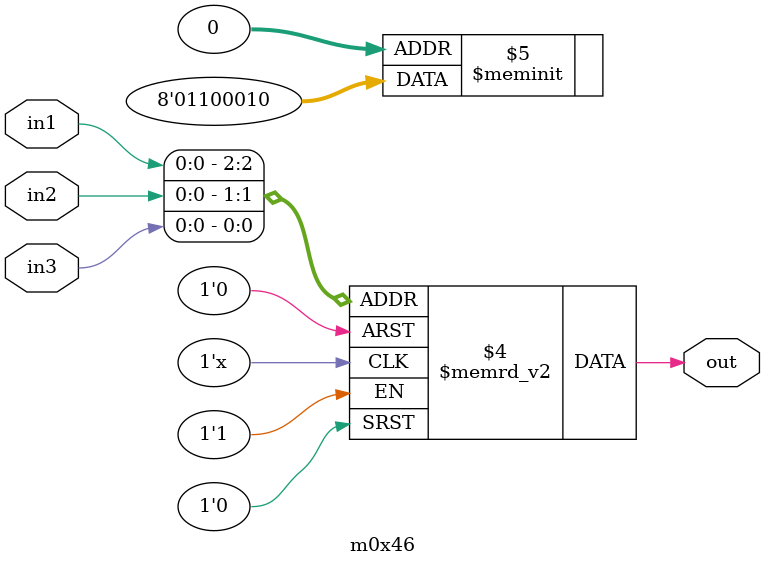
<source format=v>
module m0x46(output out, input in1, in2, in3);

   always @(in1, in2, in3)
     begin
        case({in1, in2, in3})
          3'b000: {out} = 1'b0;
          3'b001: {out} = 1'b1;
          3'b010: {out} = 1'b0;
          3'b011: {out} = 1'b0;
          3'b100: {out} = 1'b0;
          3'b101: {out} = 1'b1;
          3'b110: {out} = 1'b1;
          3'b111: {out} = 1'b0;
        endcase // case ({in1, in2, in3})
     end // always @ (in1, in2, in3)

endmodule // m0x46
</source>
